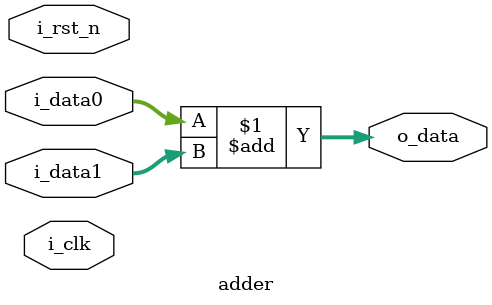
<source format=v>
module adder #(
    parameter DATA_W = 64
)(
    input                   i_clk,
    input                   i_rst_n,
    input  [DATA_W-1:0]     i_data0,
    input  [DATA_W-1:0]     i_data1,
    output [DATA_W-1:0]     o_data
);
    /*
    reg [DATA_W/2:0] tmp0_r, tmp0_w;
    reg [DATA_W/2:0] tmp1_r, tmp1_w;
    reg [DATA_W-1:0] o_data_r, o_data_w;
    
    assign o_data = o_data_r;

    always @(*) begin
        tmp0_w = i_data0[DATA_W/2-1:0] + i_data1[DATA_W/2-1:0];
        tmp1_w = i_data0[DATA_W-1:DATA_W/2] + i_data1[DATA_W-1:DATA_W/2] + tmp0_r[DATA_W/2];
        o_data_w = {tmp1_r[DATA_W/2-1:0], tmp0_r[DATA_W/2-1:0]};
    end

    always @(posedge i_clk or negedge i_rst_n) begin
        if(~i_rst_n) begin
            tmp0_r <= 0;
            tmp1_r <= 0;
            o_data_r <= 0;
        end else begin
            tmp0_r <= tmp0_w;
            tmp1_r <= tmp1_w;
            o_data_r <= o_data_w;
        end
    end
    */
    assign o_data = i_data0 + i_data1;

endmodule
</source>
